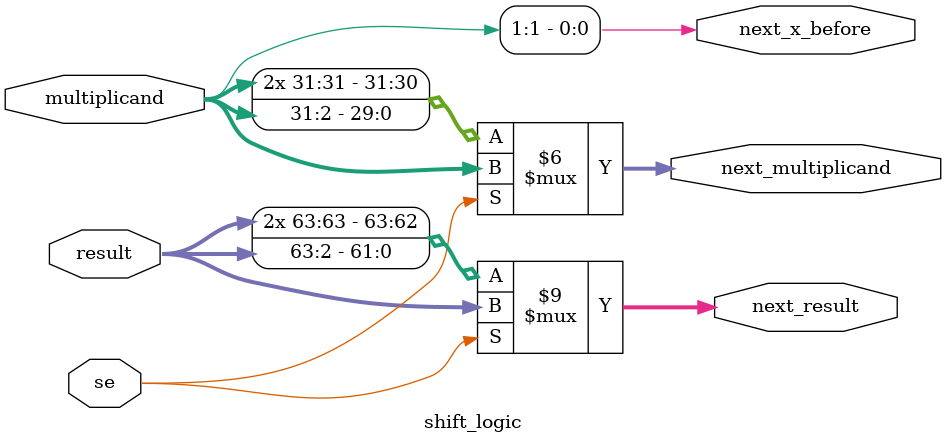
<source format=v>
module shift_logic(next_result, next_multiplicand, next_x_before, se, result, multiplicand);			//arithmetic shift 2-bit logic
	input se;
	input signed [31:0] multiplicand;
	input signed [63:0] result;
	output reg next_x_before;
	output reg signed [31:0] next_multiplicand;
	output reg signed [63:0] next_result;
	
	always@(result, multiplicand, se) begin
		next_x_before = multiplicand[1];			//remember x_before
		if(se == 1'b1)		begin next_result = result; next_multiplicand = multiplicand;	end		//if se == 0, don't shift
		else					begin next_result = result >>> 2; next_multiplicand = multiplicand >>> 2;	end		//if se == 1, arithmetic shift	
		end
	endmodule
	
</source>
